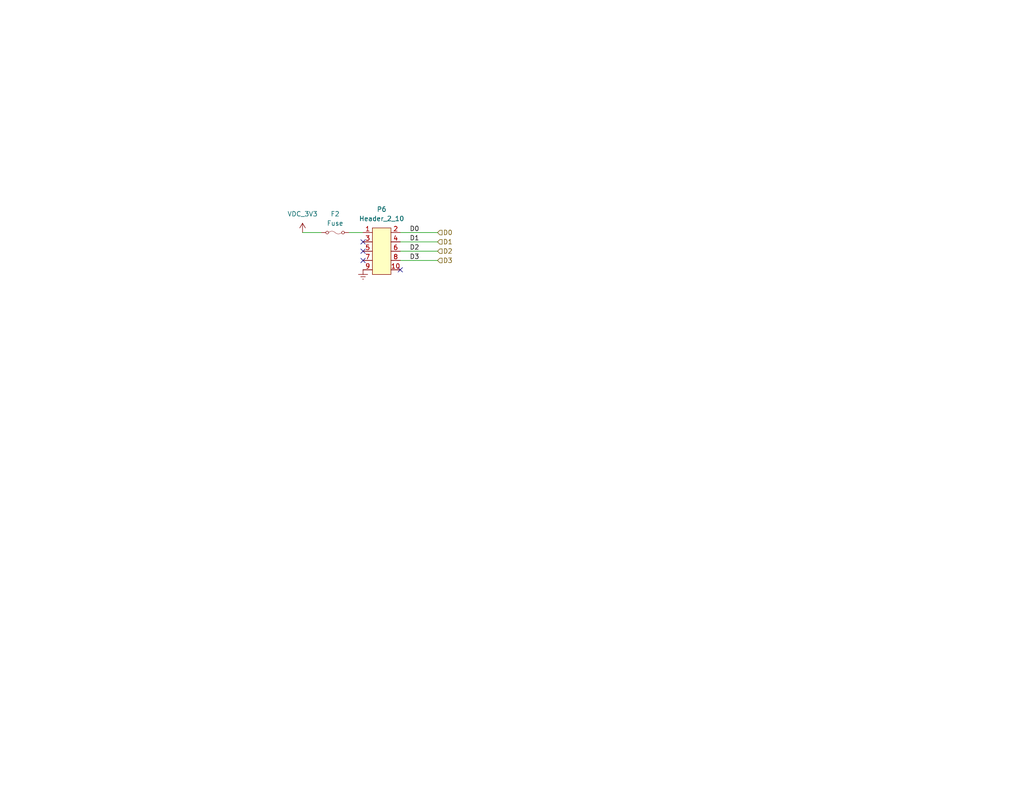
<source format=kicad_sch>
(kicad_sch (version 20231120) (generator "eeschema") (generator_version "8.0")
  (paper "A")
  (title_block (title "${PROJECT_NAME}") (date "2025-03-18") (rev "${PCB_REVISION}") (company "BRENDANHAINES.COM"))
  (lib_symbols
    (symbol "bh:Fuse" (pin_numbers hide) (pin_names hide)
      (property "Reference" "F" (at 2.54 2.54 0))
      (property "Value" "Fuse" (at 3.81 0 0))
      (symbol "Fuse_0_1"
        (circle (center 0 -2.159) (radius 0.381) (stroke (width 0.127)))
        (arc (start 0 0) (mid -0.3683 -0.889) (end 0 -1.778) (stroke (width 0.0508)))
        (arc (start 0 0) (mid 0.3683 0.889) (end 0 1.778) (stroke (width 0.0508)))
        (circle (center 0 2.159) (radius 0.381) (stroke (width 0.127)))
      )
      (symbol "Fuse_1_1"
        (pin passive line (at 0 3.81 270) (length 1.27) (name "~") (number "1"))
        (pin passive line (at 0 -3.81 90) (length 1.27) (name "~") (number "2"))
      )
    )
    (symbol "bh:GND" (power) (pin_names (offset 0))
      (symbol "GND_0_1"
        (polyline (pts (xy -0.635 -1.905) (xy 0.635 -1.905)))
        (polyline (pts (xy -0.127 -2.54) (xy 0.127 -2.54)))
        (polyline (pts (xy 0 -1.27) (xy 0 0)))
        (polyline (pts (xy 1.27 -1.27) (xy -1.27 -1.27)))
      )
      (symbol "GND_1_1"
        (pin power_in line (at 0 0 90) (length 0) hide (name "GND") (number "1"))
      )
    )
    (symbol "bh:Header_2_10" (pin_names (offset 1.016) hide)
      (property "Reference" "P" (at 0 0 0))
      (property "Value" "Header_2_10" (at 0 0 0))
      (symbol "Header_2_10_0_1"
        (rectangle (start 0 0) (end 5.08 -12.7) (fill (type background)))
      )
      (symbol "Header_2_10_0_2"
        (rectangle (start 0 0) (end 2.54 -25.4) (fill (type background)))
      )
      (symbol "Header_2_10_1_1"
        (pin passive line (at -2.54 -1.27 0) (length 2.54) (name "~") (number "1"))
        (pin passive line (at 7.62 -11.43 180) (length 2.54) (name "~") (number "10"))
        (pin passive line (at 7.62 -1.27 180) (length 2.54) (name "~") (number "2"))
        (pin passive line (at -2.54 -3.81 0) (length 2.54) (name "~") (number "3"))
        (pin passive line (at 7.62 -3.81 180) (length 2.54) (name "~") (number "4"))
        (pin passive line (at -2.54 -6.35 0) (length 2.54) (name "~") (number "5"))
        (pin passive line (at 7.62 -6.35 180) (length 2.54) (name "~") (number "6"))
        (pin passive line (at -2.54 -8.89 0) (length 2.54) (name "~") (number "7"))
        (pin passive line (at 7.62 -8.89 180) (length 2.54) (name "~") (number "8"))
        (pin passive line (at -2.54 -11.43 0) (length 2.54) (name "~") (number "9"))
      )
      (symbol "Header_2_10_1_2"
        (pin passive line (at -2.54 -1.27 0) (length 2.54) (name "~") (number "1"))
        (pin passive line (at -2.54 -24.13 0) (length 2.54) (name "~") (number "10"))
        (pin passive line (at -2.54 -3.81 0) (length 2.54) (name "~") (number "2"))
        (pin passive line (at -2.54 -6.35 0) (length 2.54) (name "~") (number "3"))
        (pin passive line (at -2.54 -8.89 0) (length 2.54) (name "~") (number "4"))
        (pin passive line (at -2.54 -11.43 0) (length 2.54) (name "~") (number "5"))
        (pin passive line (at -2.54 -13.97 0) (length 2.54) (name "~") (number "6"))
        (pin passive line (at -2.54 -16.51 0) (length 2.54) (name "~") (number "7"))
        (pin passive line (at -2.54 -19.05 0) (length 2.54) (name "~") (number "8"))
        (pin passive line (at -2.54 -21.59 0) (length 2.54) (name "~") (number "9"))
      )
    )
    (symbol "bh:VDC_3V3" (power) (pin_names (offset 0))
      (property "Value" "VDC_3V3" (at 0 3.556 0))
      (symbol "VDC_3V3_0_1"
        (polyline (pts (xy -0.762 1.27) (xy 0 2.54)))
        (polyline (pts (xy 0 0) (xy 0 2.54)))
        (polyline (pts (xy 0 2.54) (xy 0.762 1.27)))
      )
      (symbol "VDC_3V3_1_1"
        (pin power_in line (at 0 0 90) (length 0) hide (name "VDC_3V3") (number "1"))
      )
    )
  )
  (no_connect (at 109.22 73.66))
  (no_connect (at 99.06 66.04))
  (no_connect (at 99.06 71.12))
  (no_connect (at 99.06 68.58))
  (wire (pts (xy 109.22 71.12) (xy 119.38 71.12)))
  (wire (pts (xy 109.22 63.5) (xy 119.38 63.5)))
  (wire (pts (xy 109.22 68.58) (xy 119.38 68.58)))
  (wire (pts (xy 95.25 63.5) (xy 99.06 63.5)))
  (wire (pts (xy 109.22 66.04) (xy 119.38 66.04)))
  (wire (pts (xy 82.55 63.5) (xy 87.63 63.5)))
  (label "D2" (at 111.76 68.58 0))
  (label "D1" (at 111.76 66.04 0))
  (label "D0" (at 111.76 63.5 0))
  (label "D3" (at 111.76 71.12 0))
  (hierarchical_label "D0" (shape input) (at 119.38 63.5 0))
  (hierarchical_label "D1" (shape input) (at 119.38 66.04 0))
  (hierarchical_label "D3" (shape input) (at 119.38 71.12 0))
  (hierarchical_label "D2" (shape input) (at 119.38 68.58 0))
  (symbol (lib_id "bh:GND") (at 99.06 73.66 0) (unit 1)
    (property "Reference" "#PWR032" (effects (hide yes)))
    (property "Value" "GND" (effects (hide yes)))
    (property "Description" "Power Symbol" (effects (hide yes)))
    (instances (project "pluto_shield" (path "" (reference "#PWR032") (unit 1)) (path "" (reference "#PWR034") (unit 1)) (path "" (reference "#PWR030") (unit 1))))
  )
  (symbol (lib_id "bh:Fuse") (at 91.44 63.5 90) (unit 1)
    (property "Reference" "F2" (at 91.44 58.42 90))
    (property "Value" "Fuse" (at 91.44 60.96 90))
    (property "Footprint" "common:R0603" (effects (hide yes)))
    (property "Description" "Fuse" (effects (hide yes)))
    (instances (project "pluto_shield" (path "" (reference "F2") (unit 1)) (path "" (reference "F3") (unit 1)) (path "" (reference "F1") (unit 1))))
  )
  (symbol (lib_id "bh:Header_2_10") (at 101.6 62.23 0) (unit 1)
    (property "Reference" "P6" (at 104.14 57.15 0))
    (property "Value" "Header_2_10" (at 104.14 59.69 0))
    (property "Footprint" "common:PinHeader_2x05_P1.27mm_Vertical-Samtec_FTSH-105-01-F-DV-K-A" (effects (hide yes)))
    (property "Description" "Header, 2x5" (effects (hide yes)))
    (property "mfr" "Samtec, Inc." (effects (hide yes)))
    (property "mpn" "TSW-105-05-G-D" (effects (hide yes)))
    (property "Supplier" "Samtec, Inc" (effects (hide yes)))
    (property "SupplierPartNumber" "TSW-105-05-G-D" (effects (hide yes)))
    (instances (project "pluto_shield" (path "" (reference "P6") (unit 1)) (path "" (reference "P7") (unit 1)) (path "" (reference "P5") (unit 1))))
  )
  (symbol (lib_id "bh:VDC_3V3") (at 82.55 63.5 0) (unit 1)
    (property "Reference" "#PWR031" (effects (hide yes)))
    (property "Value" "VDC_3V3" (at 82.55 58.42 0))
    (property "Description" "Power Symbol" (effects (hide yes)))
    (instances (project "pluto_shield" (path "" (reference "#PWR031") (unit 1)) (path "" (reference "#PWR033") (unit 1)) (path "" (reference "#PWR012") (unit 1))))
  )
)
</source>
